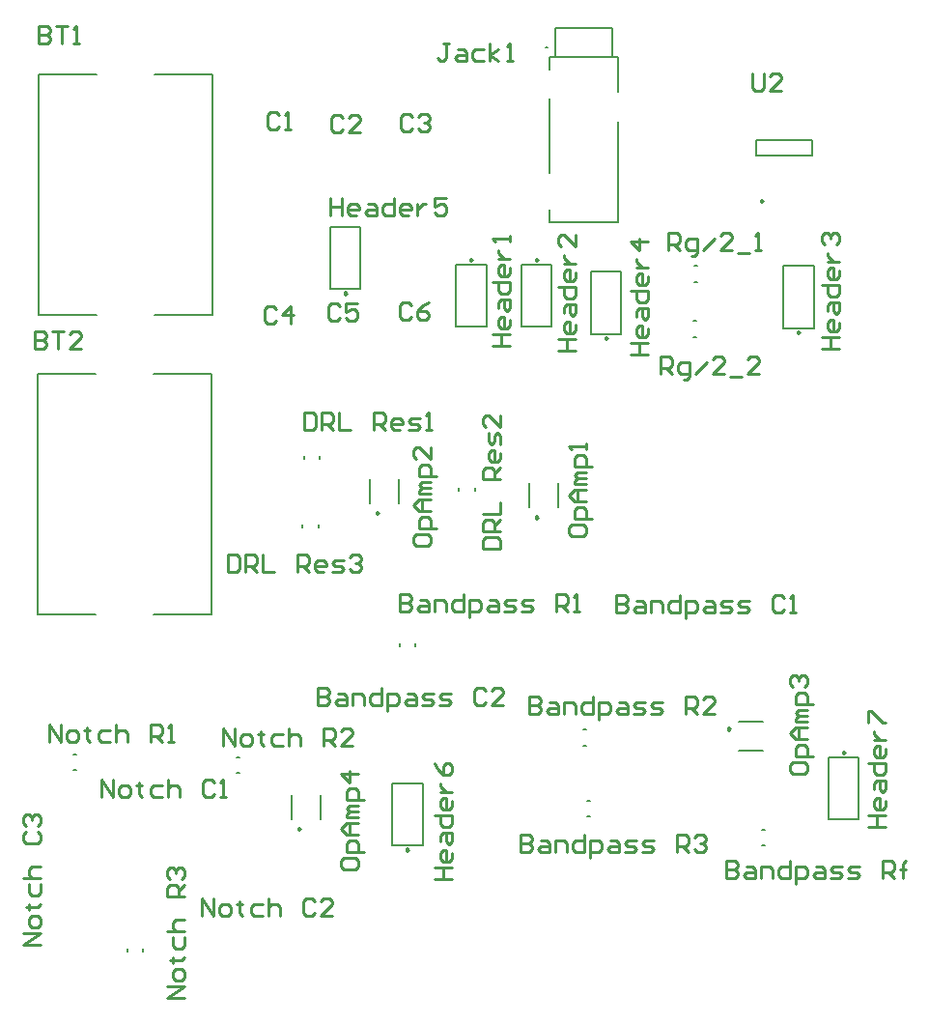
<source format=gto>
G04*
G04 #@! TF.GenerationSoftware,Altium Limited,Altium Designer,21.5.1 (32)*
G04*
G04 Layer_Color=65535*
%FSLAX25Y25*%
%MOIN*%
G70*
G04*
G04 #@! TF.SameCoordinates,B2D6323A-8D7E-4EAA-9919-96392ECDF185*
G04*
G04*
G04 #@! TF.FilePolarity,Positive*
G04*
G01*
G75*
%ADD10C,0.00984*%
%ADD11C,0.00787*%
%ADD12C,0.00500*%
%ADD13C,0.01000*%
D10*
X115271Y254676D02*
X114533Y255102D01*
Y254249D01*
X115271Y254676D01*
X259074Y286561D02*
X258336Y286987D01*
Y286135D01*
X259074Y286561D01*
X271771Y241176D02*
X271033Y241602D01*
Y240749D01*
X271771Y241176D01*
X247716Y104479D02*
X246977Y104905D01*
Y104052D01*
X247716Y104479D01*
X287271Y96282D02*
X286533Y96708D01*
Y95856D01*
X287271Y96282D01*
X136771Y62675D02*
X136033Y63102D01*
Y62249D01*
X136771Y62675D01*
X99212Y69892D02*
X98474Y70318D01*
Y69466D01*
X99212Y69892D01*
X205271Y239176D02*
X204533Y239602D01*
Y238749D01*
X205271Y239176D01*
X181271Y266282D02*
X180533Y266708D01*
Y265856D01*
X181271Y266282D01*
X158771D02*
X158033Y266708D01*
Y265856D01*
X158771Y266282D01*
X126271Y178860D02*
X125533Y179286D01*
Y178434D01*
X126271Y178860D01*
X181271Y177360D02*
X180533Y177786D01*
Y176934D01*
X181271Y177360D01*
D11*
X184680Y339467D02*
X183893D01*
X184680D01*
X109523Y256231D02*
X120035D01*
Y277727D01*
X109523D02*
X120035D01*
X109523Y256231D02*
Y277727D01*
X256633Y302305D02*
X275924D01*
Y307652D01*
X256633D02*
X275924D01*
X256633Y302305D02*
Y307652D01*
X266023Y242731D02*
X276535D01*
Y264227D01*
X266023D02*
X276535D01*
X266023Y242731D02*
Y264227D01*
X250677Y96999D02*
X258944D01*
X250677Y106841D02*
X258944D01*
X281523Y94727D02*
X292035D01*
X281523Y73231D02*
Y94727D01*
Y73231D02*
X292035D01*
Y94727D01*
X258787Y64223D02*
X259771D01*
X258787Y69735D02*
X259771D01*
X198286Y79735D02*
X199271D01*
X198286Y74223D02*
X199271D01*
X131023Y64231D02*
X141535D01*
Y85727D01*
X131023D02*
X141535D01*
X131023Y64231D02*
Y85727D01*
X106200Y73345D02*
Y81612D01*
X96358Y73345D02*
Y81612D01*
X45035Y27487D02*
Y28471D01*
X39523Y27487D02*
Y28471D01*
X21125Y95735D02*
X22109D01*
X21125Y90223D02*
X22109D01*
X235286Y258723D02*
X236271D01*
X235286Y264235D02*
X236271D01*
X234948Y245235D02*
X235932D01*
X234948Y239723D02*
X235932D01*
X199523Y240731D02*
X210035D01*
Y262227D01*
X199523D02*
X210035D01*
X199523Y240731D02*
Y262227D01*
X175523Y264727D02*
X186035D01*
X175523Y243231D02*
Y264727D01*
Y243231D02*
X186035D01*
Y264727D01*
X153023D02*
X163535D01*
X153023Y243231D02*
Y264727D01*
Y243231D02*
X163535D01*
Y264727D01*
X133259Y182313D02*
Y190581D01*
X123416Y182313D02*
Y190581D01*
X188259Y180813D02*
Y189081D01*
X178417Y180813D02*
Y189081D01*
X100023Y173825D02*
Y174810D01*
X105535Y173825D02*
Y174810D01*
X197125Y104235D02*
X198109D01*
X197125Y98723D02*
X198109D01*
X77448Y94735D02*
X78432D01*
X77448Y89223D02*
X78432D01*
X133523Y132986D02*
Y133971D01*
X139035Y132986D02*
Y133971D01*
X100523Y197648D02*
Y198632D01*
X106035Y197648D02*
Y198632D01*
X159535Y186648D02*
Y187632D01*
X154023Y186648D02*
Y187632D01*
D12*
X48779Y226975D02*
X68779D01*
Y143983D02*
Y226975D01*
X48779Y143983D02*
X68779D01*
X8779D02*
X28779D01*
X8779Y226975D02*
X28779D01*
X8779Y143983D02*
Y226975D01*
X185468Y336317D02*
X187436D01*
X207121D01*
X209090D01*
Y324113D02*
Y336317D01*
Y279231D02*
Y313876D01*
X185468Y279231D02*
X209090D01*
X185468Y331986D02*
Y336317D01*
Y296160D02*
Y321750D01*
Y279231D02*
Y283561D01*
X207121Y336317D02*
Y346160D01*
X187436D02*
X207121D01*
X187436Y336317D02*
Y346160D01*
X48963Y330202D02*
X68963D01*
Y247210D02*
Y330202D01*
X48963Y247210D02*
X68963D01*
X8963D02*
X28962D01*
X8963Y330202D02*
X28962D01*
X8963Y247210D02*
Y330202D01*
D13*
X255279Y330677D02*
Y325678D01*
X256278Y324679D01*
X258278D01*
X259277Y325678D01*
Y330677D01*
X265276Y324679D02*
X261277D01*
X265276Y328677D01*
Y329677D01*
X264276Y330677D01*
X262276D01*
X261277Y329677D01*
X223784Y226979D02*
Y232977D01*
X226783D01*
X227783Y231978D01*
Y229978D01*
X226783Y228979D01*
X223784D01*
X225783D02*
X227783Y226979D01*
X231782Y224980D02*
X232781D01*
X233781Y225980D01*
Y230978D01*
X230782D01*
X229782Y229978D01*
Y227979D01*
X230782Y226979D01*
X233781D01*
X235780D02*
X239779Y230978D01*
X245777Y226979D02*
X241778D01*
X245777Y230978D01*
Y231978D01*
X244777Y232977D01*
X242778D01*
X241778Y231978D01*
X247776Y225980D02*
X251775D01*
X257773Y226979D02*
X253774D01*
X257773Y230978D01*
Y231978D01*
X256773Y232977D01*
X254774D01*
X253774Y231978D01*
X226284Y269479D02*
Y275477D01*
X229283D01*
X230283Y274478D01*
Y272478D01*
X229283Y271479D01*
X226284D01*
X228283D02*
X230283Y269479D01*
X234281Y267480D02*
X235281D01*
X236281Y268480D01*
Y273478D01*
X233282D01*
X232282Y272478D01*
Y270479D01*
X233282Y269479D01*
X236281D01*
X238280D02*
X242279Y273478D01*
X248277Y269479D02*
X244278D01*
X248277Y273478D01*
Y274478D01*
X247277Y275477D01*
X245278D01*
X244278Y274478D01*
X250276Y268480D02*
X254275D01*
X256274Y269479D02*
X258274D01*
X257274D01*
Y275477D01*
X256274Y274478D01*
X113280Y58983D02*
Y56984D01*
X114280Y55984D01*
X118278D01*
X119278Y56984D01*
Y58983D01*
X118278Y59983D01*
X114280D01*
X113280Y58983D01*
X121277Y61982D02*
X115279D01*
Y64981D01*
X116279Y65981D01*
X118278D01*
X119278Y64981D01*
Y61982D01*
Y67980D02*
X115279D01*
X113280Y69980D01*
X115279Y71979D01*
X119278D01*
X116279D01*
Y67980D01*
X119278Y73978D02*
X115279D01*
Y74978D01*
X116279Y75978D01*
X119278D01*
X116279D01*
X115279Y76977D01*
X116279Y77977D01*
X119278D01*
X121277Y79976D02*
X115279D01*
Y82975D01*
X116279Y83975D01*
X118278D01*
X119278Y82975D01*
Y79976D01*
Y88973D02*
X113280D01*
X116279Y85975D01*
Y89973D01*
X268280Y91983D02*
Y89984D01*
X269280Y88984D01*
X273278D01*
X274278Y89984D01*
Y91983D01*
X273278Y92983D01*
X269280D01*
X268280Y91983D01*
X276277Y94982D02*
X270279D01*
Y97981D01*
X271279Y98981D01*
X273278D01*
X274278Y97981D01*
Y94982D01*
Y100980D02*
X270279D01*
X268280Y102980D01*
X270279Y104979D01*
X274278D01*
X271279D01*
Y100980D01*
X274278Y106978D02*
X270279D01*
Y107978D01*
X271279Y108978D01*
X274278D01*
X271279D01*
X270279Y109977D01*
X271279Y110977D01*
X274278D01*
X276277Y112976D02*
X270279D01*
Y115975D01*
X271279Y116975D01*
X273278D01*
X274278Y115975D01*
Y112976D01*
X269280Y118974D02*
X268280Y119974D01*
Y121974D01*
X269280Y122973D01*
X270279D01*
X271279Y121974D01*
Y120974D01*
Y121974D01*
X272279Y122973D01*
X273278D01*
X274278Y121974D01*
Y119974D01*
X273278Y118974D01*
X138280Y170483D02*
Y168484D01*
X139280Y167484D01*
X143278D01*
X144278Y168484D01*
Y170483D01*
X143278Y171483D01*
X139280D01*
X138280Y170483D01*
X146277Y173482D02*
X140279D01*
Y176481D01*
X141279Y177481D01*
X143278D01*
X144278Y176481D01*
Y173482D01*
Y179480D02*
X140279D01*
X138280Y181480D01*
X140279Y183479D01*
X144278D01*
X141279D01*
Y179480D01*
X144278Y185478D02*
X140279D01*
Y186478D01*
X141279Y187478D01*
X144278D01*
X141279D01*
X140279Y188477D01*
X141279Y189477D01*
X144278D01*
X146277Y191476D02*
X140279D01*
Y194475D01*
X141279Y195475D01*
X143278D01*
X144278Y194475D01*
Y191476D01*
Y201473D02*
Y197475D01*
X140279Y201473D01*
X139280D01*
X138280Y200473D01*
Y198474D01*
X139280Y197475D01*
X191839Y173951D02*
Y171952D01*
X192839Y170952D01*
X196837D01*
X197837Y171952D01*
Y173951D01*
X196837Y174951D01*
X192839D01*
X191839Y173951D01*
X199836Y176950D02*
X193838D01*
Y179949D01*
X194838Y180949D01*
X196837D01*
X197837Y179949D01*
Y176950D01*
Y182948D02*
X193838D01*
X191839Y184948D01*
X193838Y186947D01*
X197837D01*
X194838D01*
Y182948D01*
X197837Y188946D02*
X193838D01*
Y189946D01*
X194838Y190946D01*
X197837D01*
X194838D01*
X193838Y191945D01*
X194838Y192945D01*
X197837D01*
X199836Y194944D02*
X193838D01*
Y197943D01*
X194838Y198943D01*
X196837D01*
X197837Y197943D01*
Y194944D01*
Y200942D02*
Y202942D01*
Y201942D01*
X191839D01*
X192839Y200942D01*
X59278Y11486D02*
X53280D01*
X59278Y15485D01*
X53280D01*
X59278Y18484D02*
Y20483D01*
X58278Y21483D01*
X56279D01*
X55279Y20483D01*
Y18484D01*
X56279Y17484D01*
X58278D01*
X59278Y18484D01*
X54279Y24482D02*
X55279D01*
Y23482D01*
Y25481D01*
Y24482D01*
X58278D01*
X59278Y25481D01*
X55279Y32479D02*
Y29480D01*
X56279Y28480D01*
X58278D01*
X59278Y29480D01*
Y32479D01*
X53280Y34479D02*
X59278D01*
X56279D01*
X55279Y35478D01*
Y37477D01*
X56279Y38477D01*
X59278D01*
Y46475D02*
X53280D01*
Y49474D01*
X54279Y50473D01*
X56279D01*
X57278Y49474D01*
Y46475D01*
Y48474D02*
X59278Y50473D01*
X54279Y52473D02*
X53280Y53472D01*
Y55472D01*
X54279Y56471D01*
X55279D01*
X56279Y55472D01*
Y54472D01*
Y55472D01*
X57278Y56471D01*
X58278D01*
X59278Y55472D01*
Y53472D01*
X58278Y52473D01*
X72479Y98579D02*
Y104577D01*
X76477Y98579D01*
Y104577D01*
X79476Y98579D02*
X81476D01*
X82476Y99578D01*
Y101578D01*
X81476Y102577D01*
X79476D01*
X78477Y101578D01*
Y99578D01*
X79476Y98579D01*
X85474Y103577D02*
Y102577D01*
X84475D01*
X86474D01*
X85474D01*
Y99578D01*
X86474Y98579D01*
X93472Y102577D02*
X90473D01*
X89473Y101578D01*
Y99578D01*
X90473Y98579D01*
X93472D01*
X95471Y104577D02*
Y98579D01*
Y101578D01*
X96471Y102577D01*
X98470D01*
X99470Y101578D01*
Y98579D01*
X107467D02*
Y104577D01*
X110466D01*
X111466Y103577D01*
Y101578D01*
X110466Y100578D01*
X107467D01*
X109467D02*
X111466Y98579D01*
X117464D02*
X113465D01*
X117464Y102577D01*
Y103577D01*
X116464Y104577D01*
X114465D01*
X113465Y103577D01*
X12786Y99980D02*
Y105978D01*
X16784Y99980D01*
Y105978D01*
X19783Y99980D02*
X21783D01*
X22783Y100979D01*
Y102979D01*
X21783Y103978D01*
X19783D01*
X18784Y102979D01*
Y100979D01*
X19783Y99980D01*
X25782Y104978D02*
Y103978D01*
X24782D01*
X26781D01*
X25782D01*
Y100979D01*
X26781Y99980D01*
X33779Y103978D02*
X30780D01*
X29780Y102979D01*
Y100979D01*
X30780Y99980D01*
X33779D01*
X35778Y105978D02*
Y99980D01*
Y102979D01*
X36778Y103978D01*
X38777D01*
X39777Y102979D01*
Y99980D01*
X47774D02*
Y105978D01*
X50773D01*
X51773Y104978D01*
Y102979D01*
X50773Y101979D01*
X47774D01*
X49774D02*
X51773Y99980D01*
X53772D02*
X55772D01*
X54772D01*
Y105978D01*
X53772Y104978D01*
X9778Y29986D02*
X3780D01*
X9778Y33985D01*
X3780D01*
X9778Y36984D02*
Y38983D01*
X8778Y39983D01*
X6779D01*
X5779Y38983D01*
Y36984D01*
X6779Y35984D01*
X8778D01*
X9778Y36984D01*
X4779Y42982D02*
X5779D01*
Y41982D01*
Y43981D01*
Y42982D01*
X8778D01*
X9778Y43981D01*
X5779Y50979D02*
Y47980D01*
X6779Y46980D01*
X8778D01*
X9778Y47980D01*
Y50979D01*
X3780Y52978D02*
X9778D01*
X6779D01*
X5779Y53978D01*
Y55977D01*
X6779Y56977D01*
X9778D01*
X4779Y68973D02*
X3780Y67974D01*
Y65974D01*
X4779Y64975D01*
X8778D01*
X9778Y65974D01*
Y67974D01*
X8778Y68973D01*
X4779Y70973D02*
X3780Y71972D01*
Y73972D01*
X4779Y74971D01*
X5779D01*
X6779Y73972D01*
Y72972D01*
Y73972D01*
X7778Y74971D01*
X8778D01*
X9778Y73972D01*
Y71972D01*
X8778Y70973D01*
X65286Y39980D02*
Y45978D01*
X69285Y39980D01*
Y45978D01*
X72284Y39980D02*
X74283D01*
X75283Y40979D01*
Y42979D01*
X74283Y43978D01*
X72284D01*
X71284Y42979D01*
Y40979D01*
X72284Y39980D01*
X78282Y44978D02*
Y43978D01*
X77282D01*
X79281D01*
X78282D01*
Y40979D01*
X79281Y39980D01*
X86279Y43978D02*
X83280D01*
X82280Y42979D01*
Y40979D01*
X83280Y39980D01*
X86279D01*
X88279Y45978D02*
Y39980D01*
Y42979D01*
X89278Y43978D01*
X91278D01*
X92277Y42979D01*
Y39980D01*
X104273Y44978D02*
X103274Y45978D01*
X101274D01*
X100275Y44978D01*
Y40979D01*
X101274Y39980D01*
X103274D01*
X104273Y40979D01*
X110271Y39980D02*
X106273D01*
X110271Y43978D01*
Y44978D01*
X109272Y45978D01*
X107272D01*
X106273Y44978D01*
X30786Y80980D02*
Y86978D01*
X34784Y80980D01*
Y86978D01*
X37783Y80980D02*
X39783D01*
X40782Y81979D01*
Y83979D01*
X39783Y84978D01*
X37783D01*
X36784Y83979D01*
Y81979D01*
X37783Y80980D01*
X43782Y85978D02*
Y84978D01*
X42782D01*
X44781D01*
X43782D01*
Y81979D01*
X44781Y80980D01*
X51779Y84978D02*
X48780D01*
X47780Y83979D01*
Y81979D01*
X48780Y80980D01*
X51779D01*
X53778Y86978D02*
Y80980D01*
Y83979D01*
X54778Y84978D01*
X56777D01*
X57777Y83979D01*
Y80980D01*
X69773Y85978D02*
X68773Y86978D01*
X66774D01*
X65774Y85978D01*
Y81979D01*
X66774Y80980D01*
X68773D01*
X69773Y81979D01*
X71772Y80980D02*
X73772D01*
X72772D01*
Y86978D01*
X71772Y85978D01*
X150782Y340978D02*
X148782D01*
X149782D01*
Y335979D01*
X148782Y334980D01*
X147783D01*
X146783Y335979D01*
X153781Y338978D02*
X155780D01*
X156780Y337979D01*
Y334980D01*
X153781D01*
X152781Y335979D01*
X153781Y336979D01*
X156780D01*
X162778Y338978D02*
X159779D01*
X158779Y337979D01*
Y335979D01*
X159779Y334980D01*
X162778D01*
X164777D02*
Y340978D01*
Y336979D02*
X167776Y338978D01*
X164777Y336979D02*
X167776Y334980D01*
X170775D02*
X172775D01*
X171775D01*
Y340978D01*
X170775Y339978D01*
X295280Y70485D02*
X301278D01*
X298279D01*
Y74484D01*
X295280D01*
X301278D01*
Y79482D02*
Y77483D01*
X300278Y76483D01*
X298279D01*
X297279Y77483D01*
Y79482D01*
X298279Y80482D01*
X299278D01*
Y76483D01*
X297279Y83481D02*
Y85480D01*
X298279Y86480D01*
X301278D01*
Y83481D01*
X300278Y82481D01*
X299278Y83481D01*
Y86480D01*
X295280Y92478D02*
X301278D01*
Y89479D01*
X300278Y88479D01*
X298279D01*
X297279Y89479D01*
Y92478D01*
X301278Y97476D02*
Y95477D01*
X300278Y94477D01*
X298279D01*
X297279Y95477D01*
Y97476D01*
X298279Y98476D01*
X299278D01*
Y94477D01*
X297279Y100475D02*
X301278D01*
X299278D01*
X298279Y101475D01*
X297279Y102475D01*
Y103474D01*
X295280Y106474D02*
Y110472D01*
X296279D01*
X300278Y106474D01*
X301278D01*
X145780Y52485D02*
X151778D01*
X148779D01*
Y56484D01*
X145780D01*
X151778D01*
Y61482D02*
Y59483D01*
X150778Y58483D01*
X148779D01*
X147779Y59483D01*
Y61482D01*
X148779Y62482D01*
X149778D01*
Y58483D01*
X147779Y65481D02*
Y67480D01*
X148779Y68480D01*
X151778D01*
Y65481D01*
X150778Y64481D01*
X149778Y65481D01*
Y68480D01*
X145780Y74478D02*
X151778D01*
Y71479D01*
X150778Y70479D01*
X148779D01*
X147779Y71479D01*
Y74478D01*
X151778Y79476D02*
Y77477D01*
X150778Y76477D01*
X148779D01*
X147779Y77477D01*
Y79476D01*
X148779Y80476D01*
X149778D01*
Y76477D01*
X147779Y82475D02*
X151778D01*
X149778D01*
X148779Y83475D01*
X147779Y84475D01*
Y85474D01*
X145780Y92472D02*
X146779Y90473D01*
X148779Y88473D01*
X150778D01*
X151778Y89473D01*
Y91473D01*
X150778Y92472D01*
X149778D01*
X148779Y91473D01*
Y88473D01*
X109779Y287477D02*
Y281479D01*
Y284478D01*
X113777D01*
Y287477D01*
Y281479D01*
X118776D02*
X116776D01*
X115777Y282478D01*
Y284478D01*
X116776Y285477D01*
X118776D01*
X119775Y284478D01*
Y283478D01*
X115777D01*
X122775Y285477D02*
X124774D01*
X125774Y284478D01*
Y281479D01*
X122775D01*
X121775Y282478D01*
X122775Y283478D01*
X125774D01*
X131772Y287477D02*
Y281479D01*
X128773D01*
X127773Y282478D01*
Y284478D01*
X128773Y285477D01*
X131772D01*
X136770Y281479D02*
X134771D01*
X133771Y282478D01*
Y284478D01*
X134771Y285477D01*
X136770D01*
X137770Y284478D01*
Y283478D01*
X133771D01*
X139769Y285477D02*
Y281479D01*
Y283478D01*
X140769Y284478D01*
X141768Y285477D01*
X142768D01*
X149766Y287477D02*
X145767D01*
Y284478D01*
X147766Y285477D01*
X148766D01*
X149766Y284478D01*
Y282478D01*
X148766Y281479D01*
X146767D01*
X145767Y282478D01*
X213280Y233485D02*
X219278D01*
X216279D01*
Y237484D01*
X213280D01*
X219278D01*
Y242482D02*
Y240483D01*
X218278Y239483D01*
X216279D01*
X215279Y240483D01*
Y242482D01*
X216279Y243482D01*
X217278D01*
Y239483D01*
X215279Y246481D02*
Y248480D01*
X216279Y249480D01*
X219278D01*
Y246481D01*
X218278Y245481D01*
X217278Y246481D01*
Y249480D01*
X213280Y255478D02*
X219278D01*
Y252479D01*
X218278Y251479D01*
X216279D01*
X215279Y252479D01*
Y255478D01*
X219278Y260476D02*
Y258477D01*
X218278Y257477D01*
X216279D01*
X215279Y258477D01*
Y260476D01*
X216279Y261476D01*
X217278D01*
Y257477D01*
X215279Y263475D02*
X219278D01*
X217278D01*
X216279Y264475D01*
X215279Y265475D01*
Y266474D01*
X219278Y272473D02*
X213280D01*
X216279Y269474D01*
Y273472D01*
X279280Y235485D02*
X285278D01*
X282279D01*
Y239484D01*
X279280D01*
X285278D01*
Y244482D02*
Y242483D01*
X284278Y241483D01*
X282279D01*
X281279Y242483D01*
Y244482D01*
X282279Y245482D01*
X283278D01*
Y241483D01*
X281279Y248481D02*
Y250480D01*
X282279Y251480D01*
X285278D01*
Y248481D01*
X284278Y247481D01*
X283278Y248481D01*
Y251480D01*
X279280Y257478D02*
X285278D01*
Y254479D01*
X284278Y253479D01*
X282279D01*
X281279Y254479D01*
Y257478D01*
X285278Y262476D02*
Y260477D01*
X284278Y259477D01*
X282279D01*
X281279Y260477D01*
Y262476D01*
X282279Y263476D01*
X283278D01*
Y259477D01*
X281279Y265475D02*
X285278D01*
X283278D01*
X282279Y266475D01*
X281279Y267475D01*
Y268474D01*
X280279Y271474D02*
X279280Y272473D01*
Y274472D01*
X280279Y275472D01*
X281279D01*
X282279Y274472D01*
Y273473D01*
Y274472D01*
X283278Y275472D01*
X284278D01*
X285278Y274472D01*
Y272473D01*
X284278Y271474D01*
X188280Y234985D02*
X194278D01*
X191279D01*
Y238984D01*
X188280D01*
X194278D01*
Y243982D02*
Y241983D01*
X193278Y240983D01*
X191279D01*
X190279Y241983D01*
Y243982D01*
X191279Y244982D01*
X192278D01*
Y240983D01*
X190279Y247981D02*
Y249980D01*
X191279Y250980D01*
X194278D01*
Y247981D01*
X193278Y246981D01*
X192278Y247981D01*
Y250980D01*
X188280Y256978D02*
X194278D01*
Y253979D01*
X193278Y252979D01*
X191279D01*
X190279Y253979D01*
Y256978D01*
X194278Y261976D02*
Y259977D01*
X193278Y258977D01*
X191279D01*
X190279Y259977D01*
Y261976D01*
X191279Y262976D01*
X192278D01*
Y258977D01*
X190279Y264975D02*
X194278D01*
X192278D01*
X191279Y265975D01*
X190279Y266975D01*
Y267974D01*
X194278Y274972D02*
Y270973D01*
X190279Y274972D01*
X189279D01*
X188280Y273973D01*
Y271973D01*
X189279Y270973D01*
X165780Y236485D02*
X171778D01*
X168779D01*
Y240483D01*
X165780D01*
X171778D01*
Y245482D02*
Y243482D01*
X170778Y242483D01*
X168779D01*
X167779Y243482D01*
Y245482D01*
X168779Y246482D01*
X169778D01*
Y242483D01*
X167779Y249481D02*
Y251480D01*
X168779Y252480D01*
X171778D01*
Y249481D01*
X170778Y248481D01*
X169778Y249481D01*
Y252480D01*
X165780Y258478D02*
X171778D01*
Y255479D01*
X170778Y254479D01*
X168779D01*
X167779Y255479D01*
Y258478D01*
X171778Y263476D02*
Y261477D01*
X170778Y260477D01*
X168779D01*
X167779Y261477D01*
Y263476D01*
X168779Y264476D01*
X169778D01*
Y260477D01*
X167779Y266475D02*
X171778D01*
X169778D01*
X168779Y267475D01*
X167779Y268475D01*
Y269474D01*
X171778Y272473D02*
Y274472D01*
Y273473D01*
X165780D01*
X166779Y272473D01*
X74286Y164478D02*
Y158480D01*
X77285D01*
X78285Y159479D01*
Y163478D01*
X77285Y164478D01*
X74286D01*
X80284Y158480D02*
Y164478D01*
X83283D01*
X84283Y163478D01*
Y161479D01*
X83283Y160479D01*
X80284D01*
X82284D02*
X84283Y158480D01*
X86282Y164478D02*
Y158480D01*
X90281D01*
X98278D02*
Y164478D01*
X101277D01*
X102277Y163478D01*
Y161479D01*
X101277Y160479D01*
X98278D01*
X100278D02*
X102277Y158480D01*
X107275D02*
X105276D01*
X104276Y159479D01*
Y161479D01*
X105276Y162478D01*
X107275D01*
X108275Y161479D01*
Y160479D01*
X104276D01*
X110275Y158480D02*
X113274D01*
X114273Y159479D01*
X113274Y160479D01*
X111274D01*
X110275Y161479D01*
X111274Y162478D01*
X114273D01*
X116273Y163478D02*
X117272Y164478D01*
X119272D01*
X120271Y163478D01*
Y162478D01*
X119272Y161479D01*
X118272D01*
X119272D01*
X120271Y160479D01*
Y159479D01*
X119272Y158480D01*
X117272D01*
X116273Y159479D01*
X162280Y166648D02*
X168278D01*
Y169647D01*
X167278Y170646D01*
X163279D01*
X162280Y169647D01*
Y166648D01*
X168278Y172646D02*
X162280D01*
Y175645D01*
X163279Y176644D01*
X165279D01*
X166278Y175645D01*
Y172646D01*
Y174645D02*
X168278Y176644D01*
X162280Y178644D02*
X168278D01*
Y182642D01*
Y190640D02*
X162280D01*
Y193639D01*
X163279Y194638D01*
X165279D01*
X166278Y193639D01*
Y190640D01*
Y192639D02*
X168278Y194638D01*
Y199637D02*
Y197637D01*
X167278Y196638D01*
X165279D01*
X164279Y197637D01*
Y199637D01*
X165279Y200637D01*
X166278D01*
Y196638D01*
X168278Y202636D02*
Y205635D01*
X167278Y206635D01*
X166278Y205635D01*
Y203636D01*
X165279Y202636D01*
X164279Y203636D01*
Y206635D01*
X168278Y212633D02*
Y208634D01*
X164279Y212633D01*
X163279D01*
X162280Y211633D01*
Y209634D01*
X163279Y208634D01*
X100679Y213677D02*
Y207679D01*
X103678D01*
X104677Y208678D01*
Y212677D01*
X103678Y213677D01*
X100679D01*
X106677Y207679D02*
Y213677D01*
X109676D01*
X110676Y212677D01*
Y210678D01*
X109676Y209678D01*
X106677D01*
X108676D02*
X110676Y207679D01*
X112675Y213677D02*
Y207679D01*
X116674D01*
X124671D02*
Y213677D01*
X127670D01*
X128670Y212677D01*
Y210678D01*
X127670Y209678D01*
X124671D01*
X126670D02*
X128670Y207679D01*
X133668D02*
X131669D01*
X130669Y208678D01*
Y210678D01*
X131669Y211677D01*
X133668D01*
X134668Y210678D01*
Y209678D01*
X130669D01*
X136667Y207679D02*
X139666D01*
X140666Y208678D01*
X139666Y209678D01*
X137667D01*
X136667Y210678D01*
X137667Y211677D01*
X140666D01*
X142665Y207679D02*
X144665D01*
X143665D01*
Y213677D01*
X142665Y212677D01*
X137577Y250677D02*
X136578Y251677D01*
X134578D01*
X133579Y250677D01*
Y246678D01*
X134578Y245679D01*
X136578D01*
X137577Y246678D01*
X143576Y251677D02*
X141576Y250677D01*
X139577Y248678D01*
Y246678D01*
X140576Y245679D01*
X142576D01*
X143576Y246678D01*
Y247678D01*
X142576Y248678D01*
X139577D01*
X113077Y250277D02*
X112078Y251277D01*
X110078D01*
X109079Y250277D01*
Y246278D01*
X110078Y245279D01*
X112078D01*
X113077Y246278D01*
X119076Y251277D02*
X115077D01*
Y248278D01*
X117076Y249277D01*
X118076D01*
X119076Y248278D01*
Y246278D01*
X118076Y245279D01*
X116076D01*
X115077Y246278D01*
X91077Y249277D02*
X90078Y250277D01*
X88078D01*
X87079Y249277D01*
Y245278D01*
X88078Y244279D01*
X90078D01*
X91077Y245278D01*
X96076Y244279D02*
Y250277D01*
X93077Y247278D01*
X97075D01*
X138077Y315677D02*
X137078Y316677D01*
X135078D01*
X134079Y315677D01*
Y311678D01*
X135078Y310679D01*
X137078D01*
X138077Y311678D01*
X140077Y315677D02*
X141076Y316677D01*
X143076D01*
X144076Y315677D01*
Y314677D01*
X143076Y313678D01*
X142076D01*
X143076D01*
X144076Y312678D01*
Y311678D01*
X143076Y310679D01*
X141076D01*
X140077Y311678D01*
X114077Y315277D02*
X113078Y316277D01*
X111078D01*
X110079Y315277D01*
Y311278D01*
X111078Y310279D01*
X113078D01*
X114077Y311278D01*
X120076Y310279D02*
X116077D01*
X120076Y314277D01*
Y315277D01*
X119076Y316277D01*
X117076D01*
X116077Y315277D01*
X92077Y316177D02*
X91078Y317177D01*
X89078D01*
X88079Y316177D01*
Y312178D01*
X89078Y311179D01*
X91078D01*
X92077Y312178D01*
X94077Y311179D02*
X96076D01*
X95076D01*
Y317177D01*
X94077Y316177D01*
X7781Y241478D02*
Y235480D01*
X10780D01*
X11780Y236479D01*
Y237479D01*
X10780Y238479D01*
X7781D01*
X10780D01*
X11780Y239478D01*
Y240478D01*
X10780Y241478D01*
X7781D01*
X13779D02*
X17778D01*
X15779D01*
Y235480D01*
X23776D02*
X19777D01*
X23776Y239478D01*
Y240478D01*
X22776Y241478D01*
X20777D01*
X19777Y240478D01*
X8862Y347004D02*
Y341006D01*
X11862D01*
X12861Y342005D01*
Y343005D01*
X11862Y344005D01*
X8862D01*
X11862D01*
X12861Y345005D01*
Y346004D01*
X11862Y347004D01*
X8862D01*
X14861D02*
X18859D01*
X16860D01*
Y341006D01*
X20859D02*
X22858D01*
X21858D01*
Y347004D01*
X20859Y346004D01*
X246289Y58977D02*
Y52979D01*
X249288D01*
X250287Y53979D01*
Y54979D01*
X249288Y55978D01*
X246289D01*
X249288D01*
X250287Y56978D01*
Y57978D01*
X249288Y58977D01*
X246289D01*
X253287Y56978D02*
X255286D01*
X256286Y55978D01*
Y52979D01*
X253287D01*
X252287Y53979D01*
X253287Y54979D01*
X256286D01*
X258285Y52979D02*
Y56978D01*
X261284D01*
X262284Y55978D01*
Y52979D01*
X268282Y58977D02*
Y52979D01*
X265283D01*
X264283Y53979D01*
Y55978D01*
X265283Y56978D01*
X268282D01*
X270281Y50980D02*
Y56978D01*
X273280D01*
X274280Y55978D01*
Y53979D01*
X273280Y52979D01*
X270281D01*
X277279Y56978D02*
X279278D01*
X280278Y55978D01*
Y52979D01*
X277279D01*
X276279Y53979D01*
X277279Y54979D01*
X280278D01*
X282277Y52979D02*
X285276D01*
X286276Y53979D01*
X285276Y54979D01*
X283277D01*
X282277Y55978D01*
X283277Y56978D01*
X286276D01*
X288275Y52979D02*
X291274D01*
X292274Y53979D01*
X291274Y54979D01*
X289275D01*
X288275Y55978D01*
X289275Y56978D01*
X292274D01*
X300271Y52979D02*
Y58977D01*
X303270D01*
X304270Y57978D01*
Y55978D01*
X303270Y54979D01*
X300271D01*
X302271D02*
X304270Y52979D01*
X307269D02*
Y57978D01*
Y55978D01*
X306269D01*
X308269D01*
X307269D01*
Y57978D01*
X308269Y58977D01*
X175289Y67977D02*
Y61979D01*
X178288D01*
X179288Y62979D01*
Y63979D01*
X178288Y64978D01*
X175289D01*
X178288D01*
X179288Y65978D01*
Y66978D01*
X178288Y67977D01*
X175289D01*
X182287Y65978D02*
X184286D01*
X185286Y64978D01*
Y61979D01*
X182287D01*
X181287Y62979D01*
X182287Y63979D01*
X185286D01*
X187285Y61979D02*
Y65978D01*
X190284D01*
X191284Y64978D01*
Y61979D01*
X197282Y67977D02*
Y61979D01*
X194283D01*
X193283Y62979D01*
Y64978D01*
X194283Y65978D01*
X197282D01*
X199281Y59980D02*
Y65978D01*
X202280D01*
X203280Y64978D01*
Y62979D01*
X202280Y61979D01*
X199281D01*
X206279Y65978D02*
X208278D01*
X209278Y64978D01*
Y61979D01*
X206279D01*
X205279Y62979D01*
X206279Y63979D01*
X209278D01*
X211277Y61979D02*
X214276D01*
X215276Y62979D01*
X214276Y63979D01*
X212277D01*
X211277Y64978D01*
X212277Y65978D01*
X215276D01*
X217276Y61979D02*
X220274D01*
X221274Y62979D01*
X220274Y63979D01*
X218275D01*
X217276Y64978D01*
X218275Y65978D01*
X221274D01*
X229272Y61979D02*
Y67977D01*
X232271D01*
X233270Y66978D01*
Y64978D01*
X232271Y63979D01*
X229272D01*
X231271D02*
X233270Y61979D01*
X235270Y66978D02*
X236269Y67977D01*
X238269D01*
X239268Y66978D01*
Y65978D01*
X238269Y64978D01*
X237269D01*
X238269D01*
X239268Y63979D01*
Y62979D01*
X238269Y61979D01*
X236269D01*
X235270Y62979D01*
X178289Y115477D02*
Y109479D01*
X181288D01*
X182288Y110479D01*
Y111479D01*
X181288Y112478D01*
X178289D01*
X181288D01*
X182288Y113478D01*
Y114478D01*
X181288Y115477D01*
X178289D01*
X185287Y113478D02*
X187286D01*
X188286Y112478D01*
Y109479D01*
X185287D01*
X184287Y110479D01*
X185287Y111479D01*
X188286D01*
X190285Y109479D02*
Y113478D01*
X193284D01*
X194284Y112478D01*
Y109479D01*
X200282Y115477D02*
Y109479D01*
X197283D01*
X196283Y110479D01*
Y112478D01*
X197283Y113478D01*
X200282D01*
X202281Y107480D02*
Y113478D01*
X205280D01*
X206280Y112478D01*
Y110479D01*
X205280Y109479D01*
X202281D01*
X209279Y113478D02*
X211278D01*
X212278Y112478D01*
Y109479D01*
X209279D01*
X208279Y110479D01*
X209279Y111479D01*
X212278D01*
X214277Y109479D02*
X217276D01*
X218276Y110479D01*
X217276Y111479D01*
X215277D01*
X214277Y112478D01*
X215277Y113478D01*
X218276D01*
X220275Y109479D02*
X223274D01*
X224274Y110479D01*
X223274Y111479D01*
X221275D01*
X220275Y112478D01*
X221275Y113478D01*
X224274D01*
X232272Y109479D02*
Y115477D01*
X235271D01*
X236270Y114478D01*
Y112478D01*
X235271Y111479D01*
X232272D01*
X234271D02*
X236270Y109479D01*
X242268D02*
X238270D01*
X242268Y113478D01*
Y114478D01*
X241269Y115477D01*
X239269D01*
X238270Y114478D01*
X133679Y150977D02*
Y144979D01*
X136678D01*
X137677Y145978D01*
Y146978D01*
X136678Y147978D01*
X133679D01*
X136678D01*
X137677Y148977D01*
Y149977D01*
X136678Y150977D01*
X133679D01*
X140676Y148977D02*
X142676D01*
X143675Y147978D01*
Y144979D01*
X140676D01*
X139677Y145978D01*
X140676Y146978D01*
X143675D01*
X145675Y144979D02*
Y148977D01*
X148674D01*
X149673Y147978D01*
Y144979D01*
X155672Y150977D02*
Y144979D01*
X152673D01*
X151673Y145978D01*
Y147978D01*
X152673Y148977D01*
X155672D01*
X157671Y142979D02*
Y148977D01*
X160670D01*
X161670Y147978D01*
Y145978D01*
X160670Y144979D01*
X157671D01*
X164669Y148977D02*
X166668D01*
X167668Y147978D01*
Y144979D01*
X164669D01*
X163669Y145978D01*
X164669Y146978D01*
X167668D01*
X169667Y144979D02*
X172666D01*
X173666Y145978D01*
X172666Y146978D01*
X170667D01*
X169667Y147978D01*
X170667Y148977D01*
X173666D01*
X175665Y144979D02*
X178664D01*
X179664Y145978D01*
X178664Y146978D01*
X176665D01*
X175665Y147978D01*
X176665Y148977D01*
X179664D01*
X187661Y144979D02*
Y150977D01*
X190660D01*
X191660Y149977D01*
Y147978D01*
X190660Y146978D01*
X187661D01*
X189661D02*
X191660Y144979D01*
X193659D02*
X195659D01*
X194659D01*
Y150977D01*
X193659Y149977D01*
X105289Y118477D02*
Y112479D01*
X108288D01*
X109288Y113479D01*
Y114479D01*
X108288Y115478D01*
X105289D01*
X108288D01*
X109288Y116478D01*
Y117478D01*
X108288Y118477D01*
X105289D01*
X112287Y116478D02*
X114286D01*
X115286Y115478D01*
Y112479D01*
X112287D01*
X111287Y113479D01*
X112287Y114479D01*
X115286D01*
X117285Y112479D02*
Y116478D01*
X120284D01*
X121284Y115478D01*
Y112479D01*
X127282Y118477D02*
Y112479D01*
X124283D01*
X123283Y113479D01*
Y115478D01*
X124283Y116478D01*
X127282D01*
X129281Y110480D02*
Y116478D01*
X132280D01*
X133280Y115478D01*
Y113479D01*
X132280Y112479D01*
X129281D01*
X136279Y116478D02*
X138278D01*
X139278Y115478D01*
Y112479D01*
X136279D01*
X135279Y113479D01*
X136279Y114479D01*
X139278D01*
X141277Y112479D02*
X144276D01*
X145276Y113479D01*
X144276Y114479D01*
X142277D01*
X141277Y115478D01*
X142277Y116478D01*
X145276D01*
X147275Y112479D02*
X150275D01*
X151274Y113479D01*
X150275Y114479D01*
X148275D01*
X147275Y115478D01*
X148275Y116478D01*
X151274D01*
X163270Y117478D02*
X162271Y118477D01*
X160271D01*
X159272Y117478D01*
Y113479D01*
X160271Y112479D01*
X162271D01*
X163270Y113479D01*
X169268Y112479D02*
X165270D01*
X169268Y116478D01*
Y117478D01*
X168269Y118477D01*
X166269D01*
X165270Y117478D01*
X208289Y150477D02*
Y144479D01*
X211288D01*
X212287Y145479D01*
Y146479D01*
X211288Y147478D01*
X208289D01*
X211288D01*
X212287Y148478D01*
Y149478D01*
X211288Y150477D01*
X208289D01*
X215286Y148478D02*
X217286D01*
X218285Y147478D01*
Y144479D01*
X215286D01*
X214287Y145479D01*
X215286Y146479D01*
X218285D01*
X220285Y144479D02*
Y148478D01*
X223284D01*
X224284Y147478D01*
Y144479D01*
X230282Y150477D02*
Y144479D01*
X227283D01*
X226283Y145479D01*
Y147478D01*
X227283Y148478D01*
X230282D01*
X232281Y142480D02*
Y148478D01*
X235280D01*
X236280Y147478D01*
Y145479D01*
X235280Y144479D01*
X232281D01*
X239279Y148478D02*
X241278D01*
X242278Y147478D01*
Y144479D01*
X239279D01*
X238279Y145479D01*
X239279Y146479D01*
X242278D01*
X244277Y144479D02*
X247276D01*
X248276Y145479D01*
X247276Y146479D01*
X245277D01*
X244277Y147478D01*
X245277Y148478D01*
X248276D01*
X250275Y144479D02*
X253274D01*
X254274Y145479D01*
X253274Y146479D01*
X251275D01*
X250275Y147478D01*
X251275Y148478D01*
X254274D01*
X266270Y149478D02*
X265270Y150477D01*
X263271D01*
X262271Y149478D01*
Y145479D01*
X263271Y144479D01*
X265270D01*
X266270Y145479D01*
X268269Y144479D02*
X270269D01*
X269269D01*
Y150477D01*
X268269Y149478D01*
M02*

</source>
